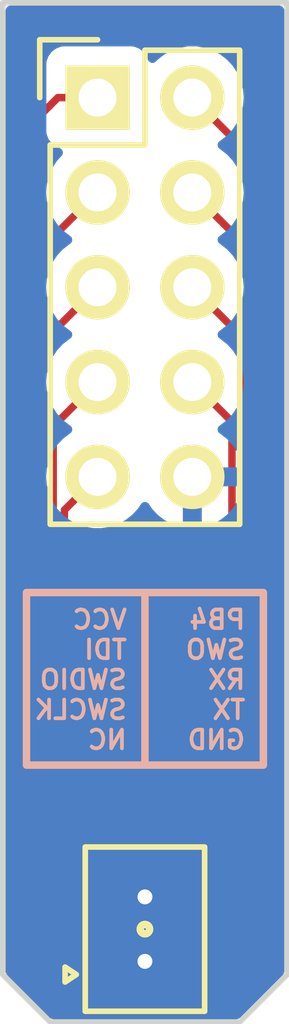
<source format=kicad_pcb>
(kicad_pcb (version 20221018) (generator pcbnew)
  (layers (0 "F.Cu" signal) (31 "B.Cu" signal) (34 "B.Paste" user) (35 "F.Paste" user) (36 "B.SilkS" user "B.Silkscreen") (37 "F.SilkS" user "F.Silkscreen") (38 "B.Mask" user) (39 "F.Mask" user) (44 "Edge.Cuts" user))
  (net 0 "")
  (net 1 "GND")
  (net 2 "/VCC")
  (net 3 "/PB4")
  (net 4 "/JTAG_JTDI")
  (net 5 "/JTAG_SWO")
  (net 6 "/JTAG_SWDIO")
  (net 7 "/DEBUG_RX")
  (net 8 "/JTAG_SWCLK")
  (net 9 "/DEBUG_TX")
  (net 10 "/NC?")
  (footprint "Pin_Headers:Pin_Header_Straight_2x05" (layer "F.Cu") (at 147.32 83.82)
    (fp_text reference "P1" hide)
    (fp_text value "CONN_02X05" hide)
    (fp_line (start -1.55 -1.55) (end -1.55 0) (stroke (width 0.15)) (layer "F.SilkS"))
    (fp_line (start -1.27 11.43) (end -1.27 1.27) (stroke (width 0.15)) (layer "F.SilkS"))
    (fp_line (start 0 -1.55) (end -1.55 -1.55) (stroke (width 0.15)) (layer "F.SilkS"))
    (fp_line (start 1.27 -1.27) (end 1.27 1.27) (stroke (width 0.15)) (layer "F.SilkS"))
    (fp_line (start 1.27 1.27) (end -1.27 1.27) (stroke (width 0.15)) (layer "F.SilkS"))
    (fp_line (start 3.81 -1.27) (end 1.27 -1.27) (stroke (width 0.15)) (layer "F.SilkS"))
    (fp_line (start 3.81 -1.27) (end 3.81 11.43) (stroke (width 0.15)) (layer "F.SilkS"))
    (fp_line (start 3.81 11.43) (end -1.27 11.43) (stroke (width 0.15)) (layer "F.SilkS"))
    (pad "1" thru_hole rect (at 0 0) (size 1.7272 1.7272) (drill 1.016) (layers "*.Cu" "*.Mask" "F.SilkS") (net 2 "/VCC"))
    (pad "2" thru_hole oval (at 2.54 0) (size 1.7272 1.7272) (drill 1.016) (layers "*.Cu" "*.Mask" "F.SilkS") (net 3 "/PB4"))
    (pad "3" thru_hole oval (at 0 2.54) (size 1.7272 1.7272) (drill 1.016) (layers "*.Cu" "*.Mask" "F.SilkS") (net 4 "/JTAG_JTDI"))
    (pad "4" thru_hole oval (at 2.54 2.54) (size 1.7272 1.7272) (drill 1.016) (layers "*.Cu" "*.Mask" "F.SilkS") (net 5 "/JTAG_SWO"))
    (pad "5" thru_hole oval (at 0 5.08) (size 1.7272 1.7272) (drill 1.016) (layers "*.Cu" "*.Mask" "F.SilkS") (net 6 "/JTAG_SWDIO"))
    (pad "6" thru_hole oval (at 2.54 5.08) (size 1.7272 1.7272) (drill 1.016) (layers "*.Cu" "*.Mask" "F.SilkS") (net 7 "/DEBUG_RX"))
    (pad "7" thru_hole oval (at 0 7.62) (size 1.7272 1.7272) (drill 1.016) (layers "*.Cu" "*.Mask" "F.SilkS") (net 8 "/JTAG_SWCLK"))
    (pad "8" thru_hole oval (at 2.54 7.62) (size 1.7272 1.7272) (drill 1.016) (layers "*.Cu" "*.Mask" "F.SilkS") (net 9 "/DEBUG_TX"))
    (pad "9" thru_hole oval (at 0 10.16) (size 1.7272 1.7272) (drill 1.016) (layers "*.Cu" "*.Mask" "F.SilkS") (net 10 "/NC?"))
    (pad "10" thru_hole oval (at 2.54 10.16) (size 1.7272 1.7272) (drill 1.016) (layers "*.Cu" "*.Mask" "F.SilkS") (net 1 "GND"))
  )
  (footprint "NQBit:AXE610124" (layer "F.Cu") (at 148.59 106.0958 180)
    (fp_text reference "U1" hide)
    (fp_text value "AXE610124" hide)
    (fp_line (start -1.6 -2.2) (end -1.6 2.2) (stroke (width 0.15)) (layer "F.SilkS"))
    (fp_line (start -1.6 2.2) (end 1.6 2.2) (stroke (width 0.15)) (layer "F.SilkS"))
    (fp_line (start 1.6 -2.2) (end -1.6 -2.2) (stroke (width 0.15)) (layer "F.SilkS"))
    (fp_line (start 1.6 2.2) (end 1.6 -2.2) (stroke (width 0.15)) (layer "F.SilkS"))
    (fp_line (start 1.840053 -1.216305) (end 2.140053 -1.016305) (stroke (width 0.15)) (layer "F.SilkS"))
    (fp_line (start 2.140053 -1.416305) (end 1.840053 -1.216305) (stroke (width 0.15)) (layer "F.SilkS"))
    (fp_line (start 2.140053 -1.016305) (end 2.140053 -1.416305) (stroke (width 0.15)) (layer "F.SilkS"))
    (pad "1" smd rect (at 0.875 -0.8 180) (size 0.65 0.23) (layers "F.Cu" "F.Paste" "F.Mask") (net 2 "/VCC"))
    (pad "2" smd rect (at -0.875 -0.8 180) (size 0.65 0.23) (layers "F.Cu" "F.Paste" "F.Mask") (net 3 "/PB4"))
    (pad "3" smd rect (at 0.875 -0.4 180) (size 0.65 0.23) (layers "F.Cu" "F.Paste" "F.Mask") (net 4 "/JTAG_JTDI"))
    (pad "4" smd rect (at -0.875 -0.4 180) (size 0.65 0.23) (layers "F.Cu" "F.Paste" "F.Mask") (net 5 "/JTAG_SWO"))
    (pad "5" smd rect (at 0.875 0 180) (size 0.65 0.23) (layers "F.Cu" "F.Paste" "F.Mask") (net 6 "/JTAG_SWDIO"))
    (pad "6" smd rect (at -0.875 0 180) (size 0.65 0.23) (layers "F.Cu" "F.Paste" "F.Mask") (net 7 "/DEBUG_RX"))
    (pad "7" smd rect (at 0.875 0.4 180) (size 0.65 0.23) (layers "F.Cu" "F.Paste" "F.Mask") (net 8 "/JTAG_SWCLK"))
    (pad "8" smd rect (at -0.875 0.4 180) (size 0.65 0.23) (layers "F.Cu" "F.Paste" "F.Mask") (net 9 "/DEBUG_TX"))
    (pad "9" smd rect (at 0.875 0.8 180) (size 0.65 0.23) (layers "F.Cu" "F.Paste" "F.Mask") (net 10 "/NC?"))
    (pad "10" smd rect (at -0.875 0.8 180) (size 0.65 0.23) (layers "F.Cu" "F.Paste" "F.Mask") (net 1 "GND"))
    (pad "P1" smd rect (at -0.565 -1.6 180) (size 0.53 0.45) (layers "F.Cu" "F.Paste" "F.Mask") (net 1 "GND"))
    (pad "P2" smd rect (at -0.565 1.6 180) (size 0.53 0.45) (layers "F.Cu" "F.Paste" "F.Mask") (net 1 "GND"))
    (pad "P3" smd rect (at 0.565 1.6 180) (size 0.53 0.45) (layers "F.Cu" "F.Paste" "F.Mask") (net 1 "GND"))
    (pad "P4" smd rect (at 0.565 -1.6 180) (size 0.53 0.45) (layers "F.Cu" "F.Paste" "F.Mask") (net 1 "GND"))
  )
  (gr_line (start 148.59 97.0788) (end 151.765 97.0788) (stroke (width 0.2)) (layer "B.SilkS"))
  (gr_line (start 151.765 101.7016) (end 151.765 97.0788) (stroke (width 0.2)) (layer "B.SilkS"))
  (gr_line (start 151.765 101.7016) (end 148.59 101.7016) (stroke (width 0.2)) (layer "B.SilkS"))
  (gr_line (start 148.59 101.7016) (end 145.415 101.7016) (stroke (width 0.2)) (layer "B.SilkS"))
  (gr_line (start 145.415 97.0788) (end 148.59 97.0788) (stroke (width 0.2)) (layer "B.SilkS"))
  (gr_line (start 145.415 101.7016) (end 145.415 97.0788) (stroke (width 0.2)) (layer "B.SilkS"))
  (gr_line (start 148.59 97.0788) (end 148.59 101.7016) (stroke (width 0.2)) (layer "B.SilkS"))
  (gr_circle (center 148.59 106.0958) (end 148.6154 106.0958) (stroke (width 0.2)) (fill none) (layer "F.SilkS"))
  (gr_line (start 146.05 108.585) (end 144.78 107.315) (stroke (width 0.15)) (layer "Edge.Cuts"))
  (gr_line (start 152.4 81.28) (end 152.4 107.315) (stroke (width 0.15)) (layer "Edge.Cuts"))
  (gr_line (start 152.4 107.315) (end 151.13 108.585) (stroke (width 0.15)) (layer "Edge.Cuts"))
  (gr_line (start 151.13 108.585) (end 146.05 108.585) (stroke (width 0.15)) (layer "Edge.Cuts"))
  (gr_line (start 144.78 107.315) (end 144.78 81.28) (stroke (width 0.15)) (layer "Edge.Cuts"))
  (gr_line (start 144.78 81.28) (end 152.4 81.28) (stroke (width 0.15)) (layer "Edge.Cuts"))
  (gr_text "PB4\nSWO\nRX\nTX\nGND" (at 151.3332 99.4156) (layer "B.SilkS") (effects (font (size 0.5 0.5) (thickness 0.1)) (justify left mirror)))
  (gr_text "VCC\nTDI\nSWDIO\nSWCLK\nNC" (at 148.1582 99.4156) (layer "B.SilkS") (effects (font (size 0.5 0.5) (thickness 0.1)) (justify left mirror)))
  (segment (start 149.155 104.4958) (end 149.155 104.6672) (width 0.2) (layer "F.Cu") (net 1))
  (segment (start 148.025 104.6672) (end 148.59 105.2322) (width 0.2) (layer "F.Cu") (net 1))
  (segment (start 148.6536 105.2958) (end 148.59 105.2322) (width 0.2) (layer "F.Cu") (net 1))
  (segment (start 148.025 107.6958) (end 148.025 107.5244) (width 0.2) (layer "F.Cu") (net 1))
  (segment (start 149.155 104.6672) (end 148.59 105.2322) (width 0.2) (layer "F.Cu") (net 1))
  (segment (start 149.465 105.2958) (end 148.6536 105.2958) (width 0.2) (layer "F.Cu") (net 1))
  (segment (start 149.155 107.5244) (end 148.59 106.9594) (width 0.2) (layer "F.Cu") (net 1))
  (segment (start 148.025 104.4958) (end 148.025 104.6672) (width 0.2) (layer "F.Cu") (net 1))
  (segment (start 149.155 107.6958) (end 149.155 107.5244) (width 0.2) (layer "F.Cu") (net 1))
  (segment (start 148.025 107.5244) (end 148.59 106.9594) (width 0.2) (layer "F.Cu") (net 1))
  (via (at 148.59 106.9594) (size 0.6) (drill 0.4) (layers "F.Cu" "B.Cu") (net 1))
  (via (at 148.59 105.2322) (size 0.6) (drill 0.4) (layers "F.Cu" "B.Cu") (net 1))
  (segment (start 146.2564 83.82) (end 147.32 83.82) (width 0.2) (layer "F.Cu") (net 2))
  (segment (start 145.230959 84.845441) (end 146.2564 83.82) (width 0.2) (layer "F.Cu") (net 2))
  (segment (start 147.715 106.8958) (end 147.165722 106.8958) (width 0.2) (layer "F.Cu") (net 2))
  (segment (start 145.230959 104.961037) (end 145.230959 84.845441) (width 0.2) (layer "F.Cu") (net 2))
  (segment (start 147.165722 106.8958) (end 145.230959 104.961037) (width 0.2) (layer "F.Cu") (net 2))
  (segment (start 151.823631 85.783631) (end 149.86 83.82) (width 0.2) (layer "F.Cu") (net 3))
  (segment (start 151.823631 105.135003) (end 151.823631 85.783631) (width 0.2) (layer "F.Cu") (net 3))
  (segment (start 150.062834 106.8958) (end 151.823631 105.135003) (width 0.2) (layer "F.Cu") (net 3))
  (segment (start 149.465 106.8958) (end 150.062834 106.8958) (width 0.2) (layer "F.Cu") (net 3))
  (segment (start 147.19 106.4958) (end 145.530969 104.836769) (width 0.2) (layer "F.Cu") (net 4))
  (segment (start 147.715 106.4958) (end 147.19 106.4958) (width 0.2) (layer "F.Cu") (net 4))
  (segment (start 146.456401 87.223599) (end 147.32 86.36) (width 0.2) (layer "F.Cu") (net 4))
  (segment (start 145.530969 88.149031) (end 146.456401 87.223599) (width 0.2) (layer "F.Cu") (net 4))
  (segment (start 145.530969 104.836769) (end 145.530969 88.149031) (width 0.2) (layer "F.Cu") (net 4))
  (segment (start 150.038556 106.4958) (end 151.523621 105.010735) (width 0.2) (layer "F.Cu") (net 5))
  (segment (start 151.523621 88.023621) (end 149.86 86.36) (width 0.2) (layer "F.Cu") (net 5))
  (segment (start 149.465 106.4958) (end 150.038556 106.4958) (width 0.2) (layer "F.Cu") (net 5))
  (segment (start 151.523621 105.010735) (end 151.523621 88.023621) (width 0.2) (layer "F.Cu") (net 5))
  (segment (start 145.830979 90.389021) (end 146.456401 89.763599) (width 0.2) (layer "F.Cu") (net 6))
  (segment (start 146.456401 89.763599) (end 147.32 88.9) (width 0.2) (layer "F.Cu") (net 6))
  (segment (start 147.715 106.0958) (end 147.29072 106.0958) (width 0.2) (layer "F.Cu") (net 6))
  (segment (start 145.830979 104.636059) (end 145.830979 90.389021) (width 0.2) (layer "F.Cu") (net 6))
  (segment (start 147.29072 106.0958) (end 145.830979 104.636059) (width 0.2) (layer "F.Cu") (net 6))
  (segment (start 151.223611 104.886467) (end 151.223611 90.263611) (width 0.2) (layer "F.Cu") (net 7))
  (segment (start 149.465 106.0958) (end 150.014278 106.0958) (width 0.2) (layer "F.Cu") (net 7))
  (segment (start 150.014278 106.0958) (end 151.223611 104.886467) (width 0.2) (layer "F.Cu") (net 7))
  (segment (start 151.223611 90.263611) (end 149.86 88.9) (width 0.2) (layer "F.Cu") (net 7))
  (segment (start 147.314998 105.6958) (end 146.130989 104.511791) (width 0.2) (layer "F.Cu") (net 8))
  (segment (start 146.130989 104.511791) (end 146.130989 92.629011) (width 0.2) (layer "F.Cu") (net 8))
  (segment (start 147.715 105.6958) (end 147.314998 105.6958) (width 0.2) (layer "F.Cu") (net 8))
  (segment (start 146.130989 92.629011) (end 147.32 91.44) (width 0.2) (layer "F.Cu") (net 8))
  (segment (start 149.465 105.6958) (end 149.99 105.6958) (width 0.2) (layer "F.Cu") (net 9))
  (segment (start 149.99 105.6958) (end 150.923601 104.762199) (width 0.2) (layer "F.Cu") (net 9))
  (segment (start 150.923601 92.503601) (end 149.86 91.44) (width 0.2) (layer "F.Cu") (net 9))
  (segment (start 150.923601 104.762199) (end 150.923601 92.503601) (width 0.2) (layer "F.Cu") (net 9))
  (segment (start 146.431 104.2218) (end 146.431 94.869) (width 0.2) (layer "F.Cu") (net 10))
  (segment (start 147.715 105.2958) (end 147.505 105.2958) (width 0.2) (layer "F.Cu") (net 10))
  (segment (start 146.431 94.869) (end 147.32 93.98) (width 0.2) (layer "F.Cu") (net 10))
  (segment (start 147.505 105.2958) (end 146.431 104.2218) (width 0.2) (layer "F.Cu") (net 10))
  (zone (net 1) (net_name "GND") (layer "B.Cu") (connect_pads (clearance 0.508)) (min_thickness 0.254) (fill yes (thermal_gap 0.508) (thermal_bridge_width 0.508))
    (polygon (pts (xy 151.13 108.585) (xy 146.05 108.585) (xy 144.78 107.315) (xy 144.78 81.28) (xy 152.4 81.28) (xy 152.4 107.315)))
  )
)
</source>
